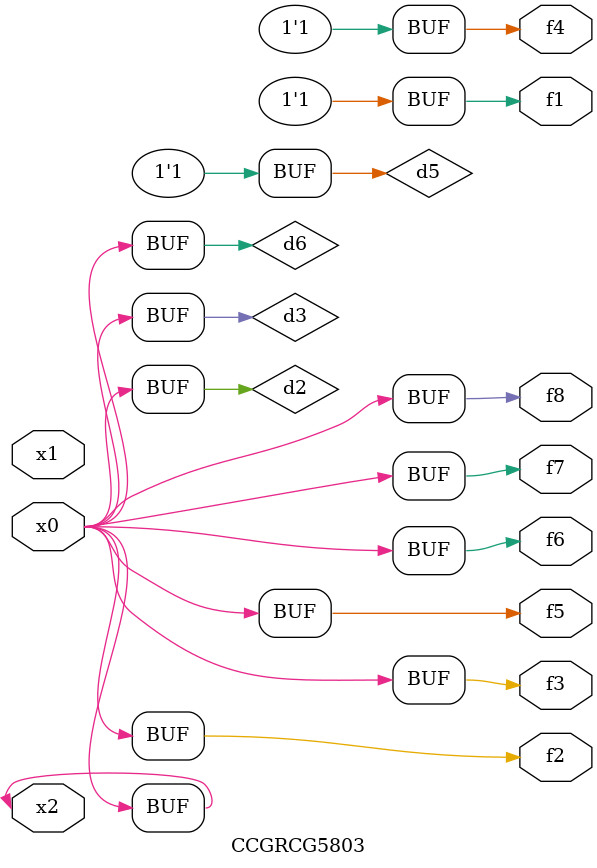
<source format=v>
module CCGRCG5803(
	input x0, x1, x2,
	output f1, f2, f3, f4, f5, f6, f7, f8
);

	wire d1, d2, d3, d4, d5, d6;

	xnor (d1, x2);
	buf (d2, x0, x2);
	and (d3, x0);
	xnor (d4, x1, x2);
	nand (d5, d1, d3);
	buf (d6, d2, d3);
	assign f1 = d5;
	assign f2 = d6;
	assign f3 = d6;
	assign f4 = d5;
	assign f5 = d6;
	assign f6 = d6;
	assign f7 = d6;
	assign f8 = d6;
endmodule

</source>
